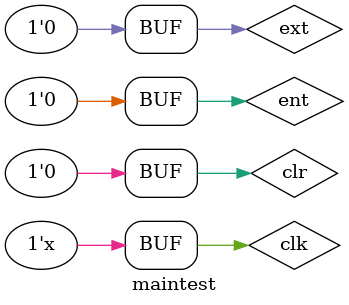
<source format=v>
`timescale 1ns / 1ps


module maintest;

	// Inputs
	reg ent;
	reg ext;
	reg clk;
	reg clr;

	// Outputs
	wire open;
	wire close;

	// Instantiate the Unit Under Test (UUT)
	main uut (
		.open(open), 
		.close(close), 
		.ent(ent), 
		.ext(ext), 
		.clk(clk), 
		.clr(clr)
	);
 
	initial begin
		// Initialize Inputs
		ent = 0;
		ext = 0;
		clr = 0;
		clk =0;

		// Wait 100 ns for global reset to finish
		#100;
		
        

		// Add stimulus here

	end
      
		always clk = #10 ~clk;
endmodule


</source>
